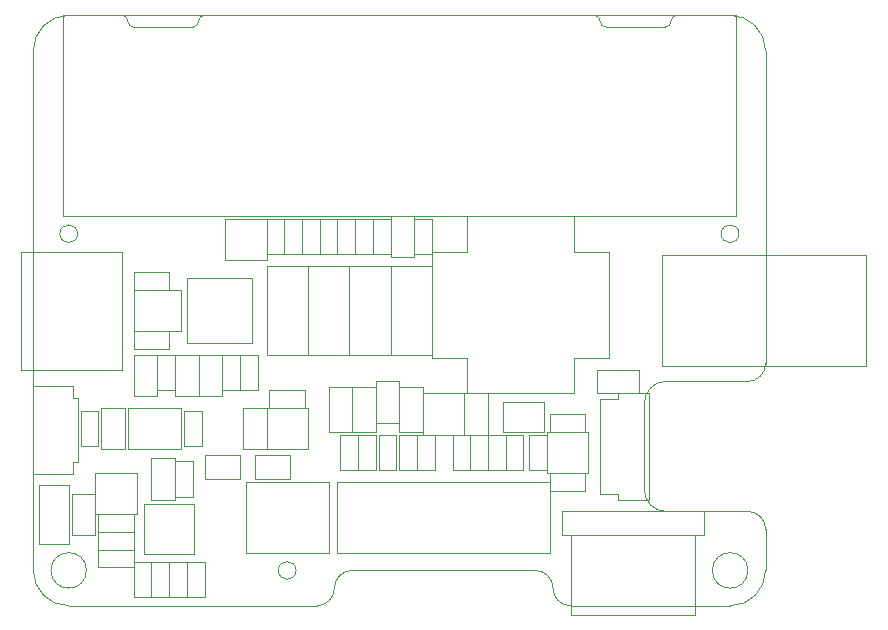
<source format=gbr>
%TF.GenerationSoftware,KiCad,Pcbnew,8.0.8+1*%
%TF.CreationDate,Date%
%TF.ProjectId,LoRa-V3-PCB,4c6f5261-2d56-4332-9d50-43422e6b6963,rev?*%
%TF.SameCoordinates,Original*%
%TF.FileFunction,Other,User*%
%FSLAX46Y46*%
G04 Gerber Fmt 4.6, Leading zero omitted, Abs format (unit mm)*
G04 Created by KiCad*
%MOMM*%
%LPD*%
G01*
G04 APERTURE LIST*
%TA.AperFunction,Profile*%
%ADD10C,0.050000*%
%TD*%
%TA.AperFunction,Profile*%
%ADD11C,0.100000*%
%TD*%
%ADD12C,0.050000*%
%ADD13C,0.100000*%
G04 APERTURE END LIST*
D10*
X162500000Y-73000000D02*
G75*
G02*
X162000000Y-72500000I0J500000D01*
G01*
D11*
X114000000Y-75000000D02*
X114000000Y-119000000D01*
X167550000Y-114000000D02*
X174500000Y-114000000D01*
D10*
X128500000Y-72000000D02*
X161500000Y-72000000D01*
D11*
X176000000Y-119000000D02*
G75*
G02*
X173000000Y-122000000I-3000000J0D01*
G01*
D10*
X161500000Y-72000000D02*
G75*
G02*
X162000000Y-72500000I0J-500000D01*
G01*
X122500000Y-73000000D02*
G75*
G02*
X122000000Y-72500000I0J500000D01*
G01*
X128000000Y-72500000D02*
G75*
G02*
X128500000Y-72000000I500000J0D01*
G01*
D11*
X176000000Y-115500000D02*
X176000000Y-119000000D01*
D10*
X167500000Y-73000000D02*
X162500000Y-73000000D01*
D11*
X165750000Y-104800000D02*
G75*
G02*
X167550000Y-103000000I1800000J0D01*
G01*
X139500000Y-120500000D02*
G75*
G02*
X138000000Y-122000000I-1500000J0D01*
G01*
X139500000Y-120500000D02*
G75*
G02*
X141000000Y-119000000I1500000J0D01*
G01*
D10*
X122500000Y-73000000D02*
X127500000Y-73000000D01*
X121500000Y-72000000D02*
G75*
G02*
X122000000Y-72500000I0J-500000D01*
G01*
D11*
X176000000Y-101500000D02*
G75*
G02*
X174500000Y-103000000I-1500000J0D01*
G01*
X117000000Y-122000000D02*
G75*
G02*
X114000000Y-119000000I0J3000000D01*
G01*
D10*
X128000000Y-72500000D02*
G75*
G02*
X127500000Y-73000000I-500000J0D01*
G01*
D11*
X156500000Y-119000000D02*
G75*
G02*
X158000000Y-120500000I0J-1500000D01*
G01*
X174500000Y-103000000D02*
X167550000Y-103000000D01*
X159500000Y-122000000D02*
X173000000Y-122000000D01*
X167550000Y-114000000D02*
G75*
G02*
X165750000Y-112200000I0J1800000D01*
G01*
X165750000Y-104800000D02*
X165750000Y-112200000D01*
X173000000Y-72000000D02*
G75*
G02*
X176000000Y-75000000I0J-3000000D01*
G01*
X156500000Y-119000000D02*
X141000000Y-119000000D01*
D10*
X117000000Y-72000000D02*
X121500000Y-72000000D01*
D11*
X176000000Y-75000000D02*
X176000000Y-101500000D01*
D10*
X168000000Y-72500000D02*
G75*
G02*
X167500000Y-73000000I-500000J0D01*
G01*
D11*
X114000000Y-75000000D02*
G75*
G02*
X117000000Y-72000000I3000000J0D01*
G01*
X174500000Y-114000000D02*
G75*
G02*
X176000000Y-115500000I0J-1500000D01*
G01*
X159500000Y-122000000D02*
G75*
G02*
X158000000Y-120500000I0J1500000D01*
G01*
D10*
X168500000Y-72000000D02*
X173000000Y-72000000D01*
X168000000Y-72500000D02*
G75*
G02*
X168500000Y-72000000I500000J0D01*
G01*
D11*
X117000000Y-122000000D02*
X138000000Y-122000000D01*
D12*
%TO.C,IC9*%
X140750000Y-93250000D02*
X140750000Y-100750000D01*
X140750000Y-100750000D02*
X144250000Y-100750000D01*
X144250000Y-93250000D02*
X140750000Y-93250000D01*
X144250000Y-100750000D02*
X144250000Y-93250000D01*
%TO.C,JP1*%
X128500000Y-109250000D02*
X128500000Y-111250000D01*
X128500000Y-109250000D02*
X131500000Y-109250000D01*
X131500000Y-111250000D02*
X128500000Y-111250000D01*
X131500000Y-111250000D02*
X131500000Y-109250000D01*
%TO.C,SW1*%
X113950000Y-103400000D02*
X117350000Y-103400000D01*
X113950000Y-110800000D02*
X113950000Y-103400000D01*
X117350000Y-104400000D02*
X117350000Y-103400000D01*
X117350000Y-109800000D02*
X117350000Y-110800000D01*
X117350000Y-110800000D02*
X113950000Y-110800000D01*
X117750000Y-104400000D02*
X117350000Y-104400000D01*
X117750000Y-104400000D02*
X117750000Y-109800000D01*
X117750000Y-109800000D02*
X117350000Y-109800000D01*
%TO.C,C15*%
X143000000Y-106500000D02*
X145000000Y-106500000D01*
X145000000Y-103000000D01*
X143000000Y-103000000D01*
X143000000Y-106500000D01*
%TO.C,R19*%
X119500000Y-115750000D02*
X122500000Y-115750000D01*
X119500000Y-117250000D02*
X119500000Y-115750000D01*
X122500000Y-115750000D02*
X122500000Y-117250000D01*
X122500000Y-117250000D02*
X119500000Y-117250000D01*
%TO.C,C25*%
X131750000Y-108750000D02*
X133750000Y-108750000D01*
X133750000Y-105250000D01*
X131750000Y-105250000D01*
X131750000Y-108750000D01*
%TO.C,C9*%
X119500000Y-117250000D02*
X122500000Y-117250000D01*
X119500000Y-118750000D02*
X119500000Y-117250000D01*
X122500000Y-117250000D02*
X122500000Y-118750000D01*
X122500000Y-118750000D02*
X119500000Y-118750000D01*
%TO.C,R10*%
X138250000Y-89250000D02*
X139750000Y-89250000D01*
X138250000Y-92250000D02*
X138250000Y-89250000D01*
X139750000Y-89250000D02*
X139750000Y-92250000D01*
X139750000Y-92250000D02*
X138250000Y-92250000D01*
%TO.C,Q4*%
X130250000Y-89250000D02*
X130250000Y-92750000D01*
X130250000Y-92750000D02*
X133750000Y-92750000D01*
X133750000Y-89250000D02*
X130250000Y-89250000D01*
X133750000Y-92750000D02*
X133750000Y-89250000D01*
%TO.C,R14*%
X125500000Y-118250000D02*
X127000000Y-118250000D01*
X125500000Y-121250000D02*
X125500000Y-118250000D01*
X127000000Y-118250000D02*
X127000000Y-121250000D01*
X127000000Y-121250000D02*
X125500000Y-121250000D01*
%TO.C,Q3*%
X133750000Y-105250000D02*
X133750000Y-108750000D01*
X133750000Y-108750000D02*
X137250000Y-108750000D01*
X137250000Y-105250000D02*
X133750000Y-105250000D01*
X137250000Y-108750000D02*
X137250000Y-105250000D01*
%TO.C,R5*%
X126750000Y-105500000D02*
X128250000Y-105500000D01*
X126750000Y-108500000D02*
X126750000Y-105500000D01*
X128250000Y-105500000D02*
X128250000Y-108500000D01*
X128250000Y-108500000D02*
X126750000Y-108500000D01*
%TO.C,C32*%
X145000000Y-107500000D02*
X146500000Y-107500000D01*
X145000000Y-110500000D02*
X145000000Y-107500000D01*
X146500000Y-107500000D02*
X146500000Y-110500000D01*
X146500000Y-110500000D02*
X145000000Y-110500000D01*
%TO.C,C35*%
X146500000Y-107500000D02*
X148000000Y-107500000D01*
X146500000Y-110500000D02*
X146500000Y-107500000D01*
X148000000Y-107500000D02*
X148000000Y-110500000D01*
X148000000Y-110500000D02*
X146500000Y-110500000D01*
%TO.C,R13*%
X130000000Y-100750000D02*
X131500000Y-100750000D01*
X130000000Y-103750000D02*
X130000000Y-100750000D01*
X131500000Y-100750000D02*
X131500000Y-103750000D01*
X131500000Y-103750000D02*
X130000000Y-103750000D01*
%TO.C,C14*%
X128000000Y-100750000D02*
X126000000Y-100750000D01*
X126000000Y-104250000D01*
X128000000Y-104250000D01*
X128000000Y-100750000D01*
%TO.C,R7*%
X122500000Y-93750000D02*
X125500000Y-93750000D01*
X122500000Y-95250000D02*
X122500000Y-93750000D01*
X125500000Y-93750000D02*
X125500000Y-95250000D01*
X125500000Y-95250000D02*
X122500000Y-95250000D01*
%TO.C,L1*%
X147000000Y-107500000D02*
X147000000Y-104000000D01*
X150500000Y-104000000D02*
X147000000Y-104000000D01*
X150500000Y-104000000D02*
X150500000Y-107500000D01*
X150500000Y-107500000D02*
X147000000Y-107500000D01*
%TO.C,C6*%
X135250000Y-89250000D02*
X136750000Y-89250000D01*
X135250000Y-92250000D02*
X135250000Y-89250000D01*
X136750000Y-89250000D02*
X136750000Y-92250000D01*
X136750000Y-92250000D02*
X135250000Y-92250000D01*
%TO.C,R2*%
X119500000Y-114250000D02*
X122500000Y-114250000D01*
X119500000Y-115750000D02*
X119500000Y-114250000D01*
X122500000Y-114250000D02*
X122500000Y-115750000D01*
X122500000Y-115750000D02*
X119500000Y-115750000D01*
%TO.C,IC11*%
X133750000Y-93250000D02*
X133750000Y-100750000D01*
X133750000Y-100750000D02*
X137250000Y-100750000D01*
X137250000Y-93250000D02*
X133750000Y-93250000D01*
X137250000Y-100750000D02*
X137250000Y-93250000D01*
%TO.C,F2*%
X117750000Y-90500000D02*
G75*
G02*
X116250000Y-90500000I-750000J0D01*
G01*
X116250000Y-90500000D02*
G75*
G02*
X117750000Y-90500000I750000J0D01*
G01*
%TO.C,IC4*%
X123370000Y-113370000D02*
X123370000Y-117630000D01*
X123370000Y-117630000D02*
X127630000Y-117630000D01*
X127630000Y-113370000D02*
X123370000Y-113370000D01*
X127630000Y-117630000D02*
X127630000Y-113370000D01*
%TO.C,IC3*%
X122500000Y-95250000D02*
X122500000Y-98750000D01*
X122500000Y-98750000D02*
X126500000Y-98750000D01*
X126500000Y-95250000D02*
X122500000Y-95250000D01*
X126500000Y-98750000D02*
X126500000Y-95250000D01*
%TO.C,C31*%
X151000000Y-107500000D02*
X152500000Y-107500000D01*
X151000000Y-110500000D02*
X151000000Y-107500000D01*
X152500000Y-107500000D02*
X152500000Y-110500000D01*
X152500000Y-110500000D02*
X151000000Y-110500000D01*
%TO.C,IC12*%
X126500000Y-105250000D02*
X122000000Y-105250000D01*
X122000000Y-108750000D01*
X126500000Y-108750000D01*
X126500000Y-105250000D01*
%TO.C,R21*%
X122500000Y-118250000D02*
X124000000Y-118250000D01*
X122500000Y-121250000D02*
X122500000Y-118250000D01*
X124000000Y-118250000D02*
X124000000Y-121250000D01*
X124000000Y-121250000D02*
X122500000Y-121250000D01*
%TO.C,Q1*%
X153750000Y-104750000D02*
X157250000Y-104750000D01*
X153750000Y-107250000D02*
X153750000Y-104750000D01*
X157250000Y-104750000D02*
X157250000Y-107250000D01*
X157250000Y-107250000D02*
X153750000Y-107250000D01*
%TO.C,R3*%
X124500000Y-100750000D02*
X126000000Y-100750000D01*
X124500000Y-103750000D02*
X124500000Y-100750000D01*
X126000000Y-100750000D02*
X126000000Y-103750000D01*
X126000000Y-103750000D02*
X124500000Y-103750000D01*
%TO.C,D3*%
X139000000Y-107250000D02*
X141000000Y-107250000D01*
X141000000Y-103500000D01*
X139000000Y-103500000D01*
X139000000Y-107250000D01*
%TO.C,L2*%
X119250000Y-110750000D02*
X122750000Y-110750000D01*
X119250000Y-114250000D02*
X119250000Y-110750000D01*
X119250000Y-114250000D02*
X122750000Y-114250000D01*
X122750000Y-110750000D02*
X122750000Y-114250000D01*
%TO.C,C26*%
X144250000Y-92500000D02*
X146250000Y-92500000D01*
X146250000Y-89000000D01*
X144250000Y-89000000D01*
X144250000Y-92500000D01*
%TO.C,H3*%
X118500000Y-119000000D02*
G75*
G02*
X115500000Y-119000000I-1500000J0D01*
G01*
X115500000Y-119000000D02*
G75*
G02*
X118500000Y-119000000I1500000J0D01*
G01*
%TO.C,IC10*%
X137250000Y-93250000D02*
X137250000Y-100750000D01*
X137250000Y-100750000D02*
X140750000Y-100750000D01*
X140750000Y-93250000D02*
X137250000Y-93250000D01*
X140750000Y-100750000D02*
X140750000Y-93250000D01*
%TO.C,IC8*%
X144250000Y-93250000D02*
X144250000Y-100750000D01*
X144250000Y-100750000D02*
X147750000Y-100750000D01*
X147750000Y-93250000D02*
X144250000Y-93250000D01*
X147750000Y-100750000D02*
X147750000Y-93250000D01*
%TO.C,R23*%
X157750000Y-110750000D02*
X160750000Y-110750000D01*
X157750000Y-112250000D02*
X157750000Y-110750000D01*
X160750000Y-110750000D02*
X160750000Y-112250000D01*
X160750000Y-112250000D02*
X157750000Y-112250000D01*
%TO.C,C2*%
X118000000Y-105500000D02*
X119500000Y-105500000D01*
X118000000Y-108500000D02*
X118000000Y-105500000D01*
X119500000Y-105500000D02*
X119500000Y-108500000D01*
X119500000Y-108500000D02*
X118000000Y-108500000D01*
%TO.C,C10*%
X126000000Y-109750000D02*
X127500000Y-109750000D01*
X126000000Y-112750000D02*
X126000000Y-109750000D01*
X127500000Y-109750000D02*
X127500000Y-112750000D01*
X127500000Y-112750000D02*
X126000000Y-112750000D01*
%TO.C,CONN2*%
X116500000Y-72000000D02*
X173500000Y-72000000D01*
X173500000Y-89000000D01*
X116500000Y-89000000D01*
X116500000Y-72000000D01*
%TO.C,CONN8*%
X170750000Y-116000000D02*
X158750000Y-116000000D01*
X158750000Y-114000000D01*
X170750000Y-114000000D01*
X170750000Y-116000000D01*
%TO.C,C36*%
X143250000Y-107500000D02*
X144750000Y-107500000D01*
X143250000Y-110500000D02*
X143250000Y-107500000D01*
X144750000Y-107500000D02*
X144750000Y-110500000D01*
X144750000Y-110500000D02*
X143250000Y-110500000D01*
%TO.C,F1*%
X136250000Y-119000000D02*
G75*
G02*
X134750000Y-119000000I-750000J0D01*
G01*
X134750000Y-119000000D02*
G75*
G02*
X136250000Y-119000000I750000J0D01*
G01*
%TO.C,IC2*%
X127000000Y-94250000D02*
X132500000Y-94250000D01*
X132500000Y-99750000D01*
X127000000Y-99750000D01*
X127000000Y-94250000D01*
%TO.C,SW2*%
X170000000Y-122750000D02*
X159500000Y-122750000D01*
X159500000Y-116000000D01*
X170000000Y-116000000D01*
X170000000Y-122750000D01*
%TO.C,R20*%
X124000000Y-118250000D02*
X125500000Y-118250000D01*
X124000000Y-121250000D02*
X124000000Y-118250000D01*
X125500000Y-118250000D02*
X125500000Y-121250000D01*
X125500000Y-121250000D02*
X124000000Y-121250000D01*
%TO.C,Q2*%
X157500000Y-107250000D02*
X157500000Y-110750000D01*
X157500000Y-110750000D02*
X161000000Y-110750000D01*
X161000000Y-107250000D02*
X157500000Y-107250000D01*
X161000000Y-110750000D02*
X161000000Y-107250000D01*
D13*
%TO.C,CONN5*%
X167205000Y-92305000D02*
X184530000Y-92305000D01*
X167205000Y-101695000D02*
X167205000Y-92305000D01*
X184530000Y-92305000D02*
X184530000Y-101695000D01*
X184530000Y-101695000D02*
X167205000Y-101695000D01*
%TO.C,D2*%
D12*
X145000000Y-107250000D02*
X147000000Y-107250000D01*
X147000000Y-103500000D01*
X145000000Y-103500000D01*
X145000000Y-107250000D01*
%TO.C,C27*%
X161750000Y-102000000D02*
X165250000Y-102000000D01*
X165250000Y-104000000D01*
X161750000Y-104000000D01*
X161750000Y-102000000D01*
%TO.C,CONN3*%
X132000000Y-111500000D02*
X132000000Y-117500000D01*
X132000000Y-117500000D02*
X139000000Y-117500000D01*
X139000000Y-111500000D02*
X132000000Y-111500000D01*
X139000000Y-117500000D02*
X139000000Y-111500000D01*
%TO.C,C1*%
X146250000Y-89250000D02*
X147750000Y-89250000D01*
X146250000Y-92250000D02*
X146250000Y-89250000D01*
X147750000Y-89250000D02*
X147750000Y-92250000D01*
X147750000Y-92250000D02*
X146250000Y-92250000D01*
%TO.C,C34*%
X149500000Y-107500000D02*
X151000000Y-107500000D01*
X149500000Y-110500000D02*
X149500000Y-107500000D01*
X151000000Y-107500000D02*
X151000000Y-110500000D01*
X151000000Y-110500000D02*
X149500000Y-110500000D01*
%TO.C,C33*%
X141500000Y-107500000D02*
X143000000Y-107500000D01*
X141500000Y-110500000D02*
X141500000Y-107500000D01*
X143000000Y-107500000D02*
X143000000Y-110500000D01*
X143000000Y-110500000D02*
X141500000Y-110500000D01*
%TO.C,R9*%
X139750000Y-89250000D02*
X141250000Y-89250000D01*
X139750000Y-92250000D02*
X139750000Y-89250000D01*
X141250000Y-89250000D02*
X141250000Y-92250000D01*
X141250000Y-92250000D02*
X139750000Y-92250000D01*
%TO.C,C8*%
X142750000Y-89250000D02*
X144250000Y-89250000D01*
X142750000Y-92250000D02*
X142750000Y-89250000D01*
X144250000Y-89250000D02*
X144250000Y-92250000D01*
X144250000Y-92250000D02*
X142750000Y-92250000D01*
%TO.C,C13*%
X130000000Y-100750000D02*
X128000000Y-100750000D01*
X128000000Y-104250000D01*
X130000000Y-104250000D01*
X130000000Y-100750000D01*
%TO.C,C11*%
X122500000Y-104250000D02*
X124500000Y-104250000D01*
X124500000Y-100750000D01*
X122500000Y-100750000D01*
X122500000Y-104250000D01*
%TO.C,C37*%
X140000000Y-107500000D02*
X141500000Y-107500000D01*
X140000000Y-110500000D02*
X140000000Y-107500000D01*
X141500000Y-107500000D02*
X141500000Y-110500000D01*
X141500000Y-110500000D02*
X140000000Y-110500000D01*
%TO.C,H4*%
X174500000Y-119000000D02*
G75*
G02*
X171500000Y-119000000I-1500000J0D01*
G01*
X171500000Y-119000000D02*
G75*
G02*
X174500000Y-119000000I1500000J0D01*
G01*
%TO.C,R18*%
X134000000Y-103750000D02*
X137000000Y-103750000D01*
X134000000Y-105250000D02*
X134000000Y-103750000D01*
X137000000Y-103750000D02*
X137000000Y-105250000D01*
X137000000Y-105250000D02*
X134000000Y-105250000D01*
%TO.C,R6*%
X122500000Y-98750000D02*
X125500000Y-98750000D01*
X122500000Y-100250000D02*
X122500000Y-98750000D01*
X125500000Y-98750000D02*
X125500000Y-100250000D01*
X125500000Y-100250000D02*
X122500000Y-100250000D01*
%TO.C,CONN6*%
X139750000Y-111500000D02*
X139750000Y-117500000D01*
X139750000Y-117500000D02*
X157750000Y-117500000D01*
X157750000Y-111500000D02*
X139750000Y-111500000D01*
X157750000Y-117500000D02*
X157750000Y-111500000D01*
%TO.C,CONN4*%
X114500000Y-111750000D02*
X114500000Y-116750000D01*
X114500000Y-116750000D02*
X117000000Y-116750000D01*
X117000000Y-111750000D02*
X114500000Y-111750000D01*
X117000000Y-116750000D02*
X117000000Y-111750000D01*
%TO.C,D1*%
X143000000Y-103500000D02*
X141000000Y-103500000D01*
X141000000Y-107250000D01*
X143000000Y-107250000D01*
X143000000Y-103500000D01*
%TO.C,C18*%
X150500000Y-107500000D02*
X152500000Y-107500000D01*
X152500000Y-104000000D01*
X150500000Y-104000000D01*
X150500000Y-107500000D01*
%TO.C,C5*%
X141250000Y-89250000D02*
X142750000Y-89250000D01*
X141250000Y-92250000D02*
X141250000Y-89250000D01*
X142750000Y-89250000D02*
X142750000Y-92250000D01*
X142750000Y-92250000D02*
X141250000Y-92250000D01*
%TO.C,CONN1*%
X121500000Y-92000000D02*
X113000000Y-92000000D01*
X113000000Y-102000000D01*
X121500000Y-102000000D01*
X121500000Y-92000000D01*
%TO.C,R8*%
X136750000Y-89250000D02*
X138250000Y-89250000D01*
X136750000Y-92250000D02*
X136750000Y-89250000D01*
X138250000Y-89250000D02*
X138250000Y-92250000D01*
X138250000Y-92250000D02*
X136750000Y-92250000D01*
%TO.C,R11*%
X127000000Y-118250000D02*
X128500000Y-118250000D01*
X127000000Y-121250000D02*
X127000000Y-118250000D01*
X128500000Y-118250000D02*
X128500000Y-121250000D01*
X128500000Y-121250000D02*
X127000000Y-121250000D01*
%TO.C,CONN7*%
X161950000Y-104500000D02*
X161950000Y-112500000D01*
X161950000Y-112500000D02*
X163500000Y-112500000D01*
X163500000Y-104000000D02*
X163500000Y-104500000D01*
X163500000Y-104500000D02*
X161950000Y-104500000D01*
X163500000Y-112500000D02*
X163500000Y-113000000D01*
X163500000Y-113000000D02*
X166100000Y-113000000D01*
X166100000Y-104000000D02*
X163500000Y-104000000D01*
X166100000Y-113000000D02*
X166100000Y-104000000D01*
%TO.C,C30*%
X152500000Y-107500000D02*
X154000000Y-107500000D01*
X152500000Y-110500000D02*
X152500000Y-107500000D01*
X154000000Y-107500000D02*
X154000000Y-110500000D01*
X154000000Y-110500000D02*
X152500000Y-110500000D01*
%TO.C,C7*%
X133750000Y-89250000D02*
X135250000Y-89250000D01*
X133750000Y-92250000D02*
X133750000Y-89250000D01*
X135250000Y-89250000D02*
X135250000Y-92250000D01*
X135250000Y-92250000D02*
X133750000Y-92250000D01*
%TO.C,C17*%
X119250000Y-112500000D02*
X117250000Y-112500000D01*
X117250000Y-116000000D01*
X119250000Y-116000000D01*
X119250000Y-112500000D01*
%TO.C,F3*%
X173750000Y-90500000D02*
G75*
G02*
X172250000Y-90500000I-750000J0D01*
G01*
X172250000Y-90500000D02*
G75*
G02*
X173750000Y-90500000I750000J0D01*
G01*
%TO.C,IC1*%
X159750000Y-92000000D02*
X162750000Y-92000000D01*
X162750000Y-101000000D01*
X159750000Y-101000000D01*
X159750000Y-104000000D01*
X150750000Y-104000000D01*
X150750000Y-101000000D01*
X147750000Y-101000000D01*
X147750000Y-92000000D01*
X150750000Y-92000000D01*
X150750000Y-89000000D01*
X159750000Y-89000000D01*
X159750000Y-92000000D01*
%TO.C,C16*%
X124000000Y-113000000D02*
X126000000Y-113000000D01*
X126000000Y-109500000D01*
X124000000Y-109500000D01*
X124000000Y-113000000D01*
%TO.C,R17*%
X157750000Y-105750000D02*
X160750000Y-105750000D01*
X157750000Y-107250000D02*
X157750000Y-105750000D01*
X160750000Y-105750000D02*
X160750000Y-107250000D01*
X160750000Y-107250000D02*
X157750000Y-107250000D01*
%TO.C,R1*%
X154000000Y-107500000D02*
X155500000Y-107500000D01*
X154000000Y-110500000D02*
X154000000Y-107500000D01*
X155500000Y-107500000D02*
X155500000Y-110500000D01*
X155500000Y-110500000D02*
X154000000Y-110500000D01*
%TO.C,JP2*%
X135750000Y-111250000D02*
X132750000Y-111250000D01*
X132750000Y-109250000D01*
X135750000Y-109250000D01*
X135750000Y-111250000D01*
%TO.C,C12*%
X119750000Y-108750000D02*
X121750000Y-108750000D01*
X121750000Y-105250000D01*
X119750000Y-105250000D01*
X119750000Y-108750000D01*
%TO.C,R15*%
X131500000Y-100750000D02*
X133000000Y-100750000D01*
X131500000Y-103750000D02*
X131500000Y-100750000D01*
X133000000Y-100750000D02*
X133000000Y-103750000D01*
X133000000Y-103750000D02*
X131500000Y-103750000D01*
%TO.C,R12*%
X156000000Y-107500000D02*
X157500000Y-107500000D01*
X156000000Y-110500000D02*
X156000000Y-107500000D01*
X157500000Y-107500000D02*
X157500000Y-110500000D01*
X157500000Y-110500000D02*
X156000000Y-110500000D01*
%TD*%
M02*

</source>
